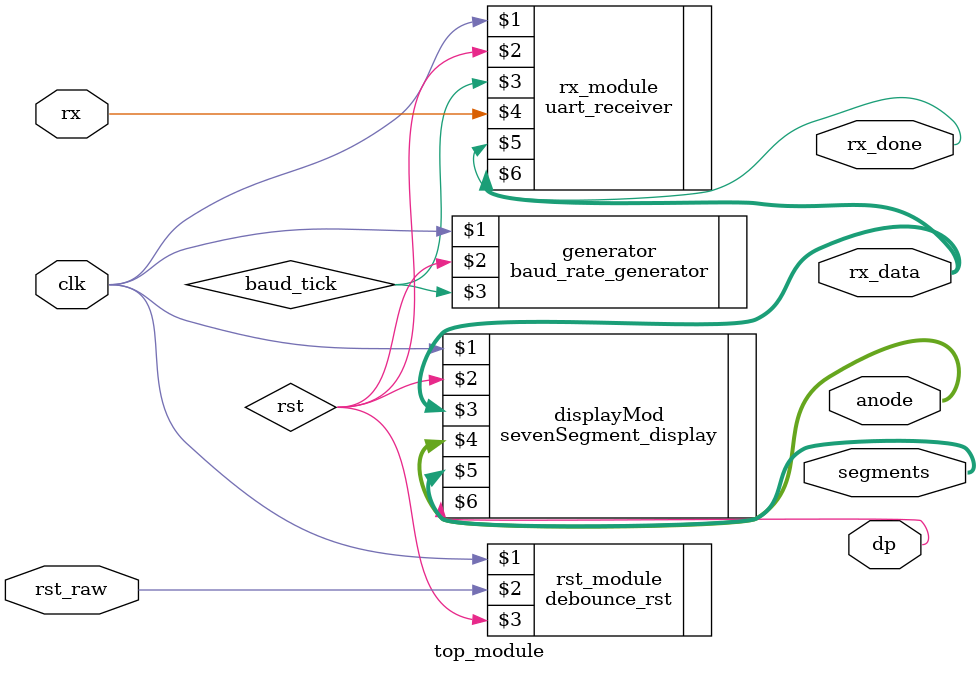
<source format=v>
module top_module #(
    parameter clk_frequency = 100000000, // 100 MHz clock
    parameter baud_rate = 9600 
)(

    input clk,
    input rx,rst_raw,
    output wire [7:0] rx_data, // Received data
    output wire rx_done, //flag
     
    output wire [3:0] anode, //Seven Segment ANODES
    output wire [6:0] segments, //Seven Segment Cathodes
    output wire dp  
    );
    
    wire rst;
    wire baud_tick;
    
//Instantiate Debounce Modules - disable(comment_out) for simulation  
       debounce_rst rst_module (clk,rst_raw,rst);
      
    //Instantiate baud rate generator
       baud_rate_generator #(clk_frequency,baud_rate) generator (clk,rst,baud_tick);
        
    // Instantiate receiver
        uart_receiver rx_module(clk,rst,baud_tick,rx,rx_done,rx_data);
             
    // Instantiate Seven Segment Module
        sevenSegment_display displayMod (clk,rst,rx_data,anode,segments,dp);
        
endmodule
</source>
